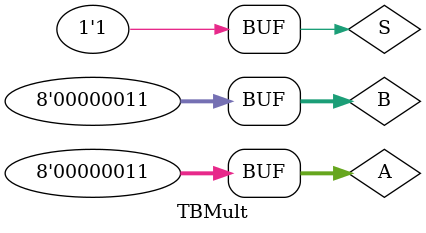
<source format=v>
module TBMult;
	wire [15:0] Out;
	reg [7:0] A;
	reg [7:0] B;
	reg S;
	reg LP, LA, LB, DECB, CLRP;
	reg  RBZERO, CLK;
	Mult m(Out, A, B, S);
	
	initial
		begin
		$monitor("a = %d, b = %d, out = %d", A, B,Out);
		A = 8'd3; B = 8'd3; S = 1;
		end
endmodule
</source>
